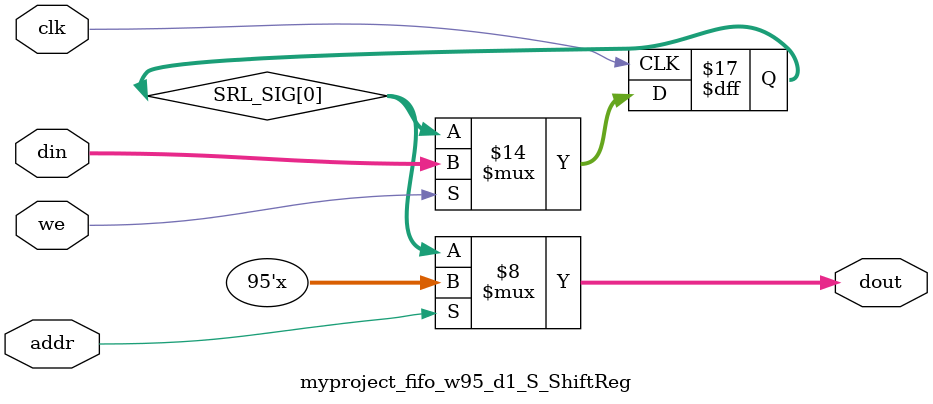
<source format=v>

`timescale 1ns/1ps

module myproject_fifo_w95_d1_S
#(parameter
    MEM_STYLE    = "shiftReg",
    DATA_WIDTH   = 95,
    ADDR_WIDTH   = 1,
    DEPTH        = 1)
(
    // system signal
    input  wire                  clk,
    input  wire                  reset,

    // write
    output wire                  if_full_n,
    input  wire                  if_write_ce,
    input  wire                  if_write,
    input  wire [DATA_WIDTH-1:0] if_din,
    
    // read 
    output wire [ADDR_WIDTH:0]   if_num_data_valid, // for FRP
    output wire [ADDR_WIDTH:0]   if_fifo_cap,       // for FRP

    output wire                  if_empty_n,
    input  wire                  if_read_ce,
    input  wire                  if_read,
    output wire [DATA_WIDTH-1:0] if_dout
);
//------------------------Parameter----------------------
localparam 
    SRL_DEPTH    = DEPTH,
    SRL_AWIDTH   = ADDR_WIDTH;
//------------------------Local signal-------------------
    reg  [SRL_AWIDTH-1:0] addr;
    wire                  push;
    wire                  pop;
    reg  [SRL_AWIDTH:0]   mOutPtr;
    reg                   empty_n = 1'b0;
    reg                   full_n = 1'b1; 

//------------------------Instantiation------------------
    myproject_fifo_w95_d1_S_ShiftReg 
    #(  .DATA_WIDTH (DATA_WIDTH),
        .ADDR_WIDTH (SRL_AWIDTH),
        .DEPTH      (SRL_DEPTH))
    U_myproject_fifo_w95_d1_S_ShiftReg (
        .clk        (clk),
        .we         (push),
        .addr       (addr),
        .din        (if_din),
        .dout       (if_dout)
    );
//------------------------Task and function--------------

//------------------------Body---------------------------
    // num_data_valid 
    assign if_num_data_valid = mOutPtr;
    assign if_fifo_cap       = DEPTH;

    // almost full/empty 

    // program full/empty 

    assign if_full_n  = full_n; 
    assign if_empty_n = empty_n;

    assign push       = full_n & if_write_ce & if_write;
    assign pop        = empty_n & if_read_ce & if_read;

    // addr
    always @(posedge clk) begin
        if (reset)
            addr <= {SRL_AWIDTH{1'b0}};
        else if (push & ~pop && empty_n)
            addr <= addr + 1'b1;
        else if (~push & pop && (mOutPtr != 1))
            addr <= addr - 1'b1;
    end

    // mOutPtr
    always @(posedge clk) begin
        if (reset)
            mOutPtr <= {SRL_AWIDTH+1{1'b0}};
        else if (push & ~pop)
            mOutPtr <= mOutPtr + 1'b1;
        else if (~push & pop)
            mOutPtr <= mOutPtr - 1'b1;
    end

    // full_n
    always @(posedge clk) begin
        if (reset)
            full_n <= 1'b1;
        else if ((push & ~pop) && (mOutPtr == DEPTH - 1))
            full_n <= 1'b0;
        else if (~push & pop)
            full_n <= 1'b1;
    end

    // empty_n
    always @(posedge clk) begin
        if (reset)
            empty_n <= 1'b0;
        else if (push & ~pop)
            empty_n <= 1'b1;
        else if ((~push & pop) && (mOutPtr == 1))
            empty_n <= 1'b0;
    end

    // almost_full_n 

    // almost_empty_n 

    // prog_full_n 
 
    // prog_empty_n 

endmodule  


module myproject_fifo_w95_d1_S_ShiftReg
#(parameter
    DATA_WIDTH  = 95,
    ADDR_WIDTH  = 1,
    DEPTH       = 1)
(
    input  wire                  clk,
    input  wire                  we,
    input  wire [ADDR_WIDTH-1:0] addr,
    input  wire [DATA_WIDTH-1:0] din,
    output wire [DATA_WIDTH-1:0] dout
);

    reg [DATA_WIDTH-1:0] SRL_SIG [0:DEPTH-1];
    integer i;

    always @(posedge clk) begin
        if (we) begin
            for (i=0; i<DEPTH-1; i=i+1)
                SRL_SIG[i+1] <= SRL_SIG[i];
            SRL_SIG[0] <= din;
        end
    end

    assign dout = SRL_SIG[addr];

endmodule
</source>
